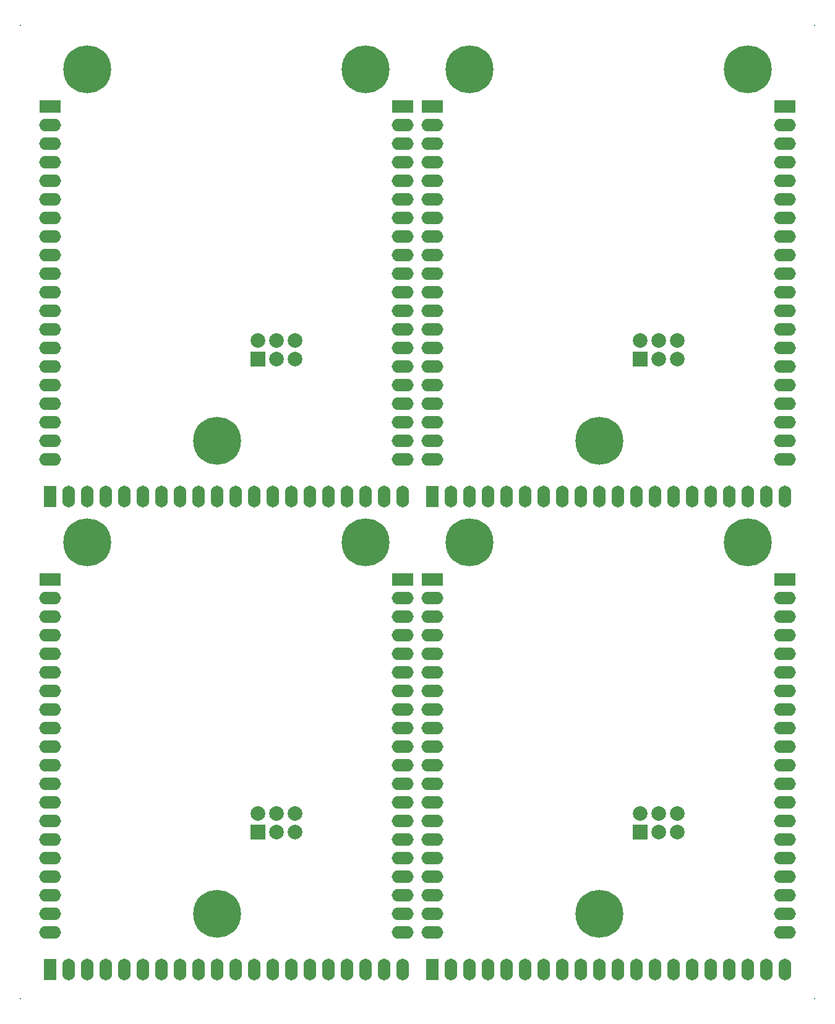
<source format=gbs>
G04 Layer_Color=16711935*
%FSLAX25Y25*%
%MOIN*%
G70*
G01*
G75*
%ADD49C,0.00800*%
%ADD50R,0.07887X0.07887*%
%ADD51C,0.07887*%
%ADD52C,0.25800*%
%ADD53R,0.11800X0.06800*%
%ADD54O,0.11800X0.06800*%
%ADD55R,0.06800X0.11800*%
%ADD56O,0.06800X0.11800*%
D49*
X-7874Y516374D02*
D03*
X-7874Y-7874D02*
D03*
X419874D02*
D03*
Y516374D02*
D03*
D50*
X120000Y82000D02*
D03*
X326000D02*
D03*
X120000Y336500D02*
D03*
X326000D02*
D03*
D51*
X120000Y92000D02*
D03*
X130000Y82000D02*
D03*
Y92000D02*
D03*
X140000Y82000D02*
D03*
Y92000D02*
D03*
X326000D02*
D03*
X336000Y82000D02*
D03*
Y92000D02*
D03*
X346000Y82000D02*
D03*
Y92000D02*
D03*
X120000Y346500D02*
D03*
X130000Y336500D02*
D03*
Y346500D02*
D03*
X140000Y336500D02*
D03*
Y346500D02*
D03*
X326000D02*
D03*
X336000Y336500D02*
D03*
Y346500D02*
D03*
X346000Y336500D02*
D03*
Y346500D02*
D03*
D52*
X98000Y38000D02*
D03*
X28000Y238000D02*
D03*
X178000D02*
D03*
X304000Y38000D02*
D03*
X234000Y238000D02*
D03*
X384000D02*
D03*
X98000Y292500D02*
D03*
X28000Y492500D02*
D03*
X178000D02*
D03*
X304000Y292500D02*
D03*
X234000Y492500D02*
D03*
X384000D02*
D03*
D53*
X8000Y218000D02*
D03*
X198000D02*
D03*
X214000D02*
D03*
X404000D02*
D03*
X8000Y472500D02*
D03*
X198000D02*
D03*
X214000D02*
D03*
X404000D02*
D03*
D54*
X8000Y208000D02*
D03*
Y198000D02*
D03*
Y188000D02*
D03*
Y178000D02*
D03*
Y168000D02*
D03*
Y158000D02*
D03*
Y148000D02*
D03*
Y138000D02*
D03*
Y128000D02*
D03*
Y118000D02*
D03*
Y108000D02*
D03*
Y98000D02*
D03*
Y88000D02*
D03*
Y78000D02*
D03*
Y68000D02*
D03*
Y58000D02*
D03*
Y48000D02*
D03*
Y38000D02*
D03*
Y28000D02*
D03*
X198000Y208000D02*
D03*
Y198000D02*
D03*
Y188000D02*
D03*
Y178000D02*
D03*
Y168000D02*
D03*
Y158000D02*
D03*
Y148000D02*
D03*
Y138000D02*
D03*
Y128000D02*
D03*
Y118000D02*
D03*
Y108000D02*
D03*
Y98000D02*
D03*
Y88000D02*
D03*
Y78000D02*
D03*
Y68000D02*
D03*
Y58000D02*
D03*
Y48000D02*
D03*
Y38000D02*
D03*
Y28000D02*
D03*
X214000Y208000D02*
D03*
Y198000D02*
D03*
Y188000D02*
D03*
Y178000D02*
D03*
Y168000D02*
D03*
Y158000D02*
D03*
Y148000D02*
D03*
Y138000D02*
D03*
Y128000D02*
D03*
Y118000D02*
D03*
Y108000D02*
D03*
Y98000D02*
D03*
Y88000D02*
D03*
Y78000D02*
D03*
Y68000D02*
D03*
Y58000D02*
D03*
Y48000D02*
D03*
Y38000D02*
D03*
Y28000D02*
D03*
X404000Y208000D02*
D03*
Y198000D02*
D03*
Y188000D02*
D03*
Y178000D02*
D03*
Y168000D02*
D03*
Y158000D02*
D03*
Y148000D02*
D03*
Y138000D02*
D03*
Y128000D02*
D03*
Y118000D02*
D03*
Y108000D02*
D03*
Y98000D02*
D03*
Y88000D02*
D03*
Y78000D02*
D03*
Y68000D02*
D03*
Y58000D02*
D03*
Y48000D02*
D03*
Y38000D02*
D03*
Y28000D02*
D03*
X8000Y462500D02*
D03*
Y452500D02*
D03*
Y442500D02*
D03*
Y432500D02*
D03*
Y422500D02*
D03*
Y412500D02*
D03*
Y402500D02*
D03*
Y392500D02*
D03*
Y382500D02*
D03*
Y372500D02*
D03*
Y362500D02*
D03*
Y352500D02*
D03*
Y342500D02*
D03*
Y332500D02*
D03*
Y322500D02*
D03*
Y312500D02*
D03*
Y302500D02*
D03*
Y292500D02*
D03*
Y282500D02*
D03*
X198000Y462500D02*
D03*
Y452500D02*
D03*
Y442500D02*
D03*
Y432500D02*
D03*
Y422500D02*
D03*
Y412500D02*
D03*
Y402500D02*
D03*
Y392500D02*
D03*
Y382500D02*
D03*
Y372500D02*
D03*
Y362500D02*
D03*
Y352500D02*
D03*
Y342500D02*
D03*
Y332500D02*
D03*
Y322500D02*
D03*
Y312500D02*
D03*
Y302500D02*
D03*
Y292500D02*
D03*
Y282500D02*
D03*
X214000Y462500D02*
D03*
Y452500D02*
D03*
Y442500D02*
D03*
Y432500D02*
D03*
Y422500D02*
D03*
Y412500D02*
D03*
Y402500D02*
D03*
Y392500D02*
D03*
Y382500D02*
D03*
Y372500D02*
D03*
Y362500D02*
D03*
Y352500D02*
D03*
Y342500D02*
D03*
Y332500D02*
D03*
Y322500D02*
D03*
Y312500D02*
D03*
Y302500D02*
D03*
Y292500D02*
D03*
Y282500D02*
D03*
X404000Y462500D02*
D03*
Y452500D02*
D03*
Y442500D02*
D03*
Y432500D02*
D03*
Y422500D02*
D03*
Y412500D02*
D03*
Y402500D02*
D03*
Y392500D02*
D03*
Y382500D02*
D03*
Y372500D02*
D03*
Y362500D02*
D03*
Y352500D02*
D03*
Y342500D02*
D03*
Y332500D02*
D03*
Y322500D02*
D03*
Y312500D02*
D03*
Y302500D02*
D03*
Y292500D02*
D03*
Y282500D02*
D03*
D55*
X8000Y8000D02*
D03*
X214000D02*
D03*
X8000Y262500D02*
D03*
X214000D02*
D03*
D56*
X18000Y8000D02*
D03*
X28000D02*
D03*
X38000D02*
D03*
X48000D02*
D03*
X58000D02*
D03*
X68000D02*
D03*
X78000D02*
D03*
X88000D02*
D03*
X98000D02*
D03*
X108000D02*
D03*
X118000D02*
D03*
X128000D02*
D03*
X138000D02*
D03*
X148000D02*
D03*
X158000D02*
D03*
X168000D02*
D03*
X178000D02*
D03*
X188000D02*
D03*
X198000D02*
D03*
X224000D02*
D03*
X234000D02*
D03*
X244000D02*
D03*
X254000D02*
D03*
X264000D02*
D03*
X274000D02*
D03*
X284000D02*
D03*
X294000D02*
D03*
X304000D02*
D03*
X314000D02*
D03*
X324000D02*
D03*
X334000D02*
D03*
X344000D02*
D03*
X354000D02*
D03*
X364000D02*
D03*
X374000D02*
D03*
X384000D02*
D03*
X394000D02*
D03*
X404000D02*
D03*
X18000Y262500D02*
D03*
X28000D02*
D03*
X38000D02*
D03*
X48000D02*
D03*
X58000D02*
D03*
X68000D02*
D03*
X78000D02*
D03*
X88000D02*
D03*
X98000D02*
D03*
X108000D02*
D03*
X118000D02*
D03*
X128000D02*
D03*
X138000D02*
D03*
X148000D02*
D03*
X158000D02*
D03*
X168000D02*
D03*
X178000D02*
D03*
X188000D02*
D03*
X198000D02*
D03*
X224000D02*
D03*
X234000D02*
D03*
X244000D02*
D03*
X254000D02*
D03*
X264000D02*
D03*
X274000D02*
D03*
X284000D02*
D03*
X294000D02*
D03*
X304000D02*
D03*
X314000D02*
D03*
X324000D02*
D03*
X334000D02*
D03*
X344000D02*
D03*
X354000D02*
D03*
X364000D02*
D03*
X374000D02*
D03*
X384000D02*
D03*
X394000D02*
D03*
X404000D02*
D03*
M02*

</source>
